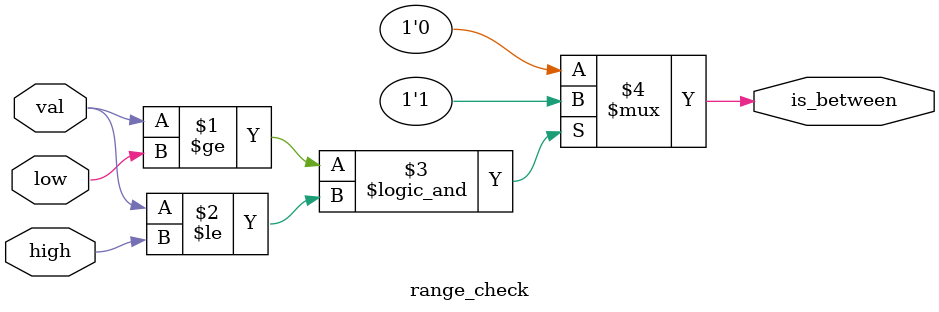
<source format=sv>
`default_nettype none

module negedge_detector(
    output logic ed,
    input logic in, clk, rst);

    logic ff_q;
    assign ed = ff_q & ~in;
    ff_ar #(1,0) ff(.q(ff_q), .d(in), .clk, .rst);

endmodule

module shifter #(parameter W=8, RV={W{1'b0}}) (
    output logic [W-1:0] q,
    input logic d, en, clr,
    input logic clk, rst);

    logic [W-1:0] shifted_bits, d_bits;
    assign shifted_bits[W-1] = d;
    assign shifted_bits[W-2:0] = q[W-1:1];

	logic en_ff;
    assign en_ff = en | clr;
    assign d_bits = (clr) ? RV : shifted_bits;
    ff_ar_en #(W,RV) r(.q, .d(d_bits), .en(en_ff), .clk, .rst);

endmodule

module counter #(parameter W=8, RV={W{1'b0}}) (
    output logic [W-1:0] cnt,
    input logic clr, inc,
    input logic clk, rst);

    logic [W-1:0] count_d;
    logic en;
    assign count_d = (clr) ? RV : (cnt+1'b1);
    assign en = inc || clr;
    ff_ar_en #(W, RV) count(.q(cnt), .d(count_d), .en, .clk, .rst);

endmodule

module ff_ar_en #(parameter W=1, RV={W{1'b0}}) (
    output logic [W-1:0] q,
    input logic [W-1:0] d,
    input logic en, clk, rst);

    logic [W-1:0] mux_out;
    assign mux_out = (en) ? d : q;

    ff_ar #(W,RV) ff(.q, .d(mux_out), .clk, .rst);

endmodule

// flip flop with asynchronous reset
// bit width and reset value are parameters
module ff_ar #(parameter W=1, RV={W{1'b0}}) (
    output logic [W-1:0] q,
    input logic [W-1:0] d,
    input logic clk, rst);

    always @(posedge clk, posedge rst) begin
        if(rst)
            q <= RV;
        else
            q <= d;
    end

endmodule

module compare
    #(parameter W=1) (
    output logic eq, aGT, bGT,
    input logic [W-1:0] a, b);

    assign eq = (a == b) ? 1'b1 : 1'b0;
    assign aGT = (a > b) ? 1'b1 : 1'b0;
    assign bGT = (b > a) ? 1'b1 : 1'b0;
endmodule

module addSub
    #(parameter W=1) (
    output logic [W-1:0] result,
    output logic z, n,
    input logic [W-1:0] a, b,
    input logic add);

    assign result = (add) ? (a+b) : (a-b);
    assign z = (result == 0) ? 1'b1 : 1'b0;
    assign n = result[W-1];

endmodule

module range_check
    #(parameter W=1) (
    output logic is_between,
    input logic [W-1:0] val, low, high);

    assign is_between = ((val >= low) && (val <= high)) ? 1'b1 : 1'b0;

endmodule


</source>
